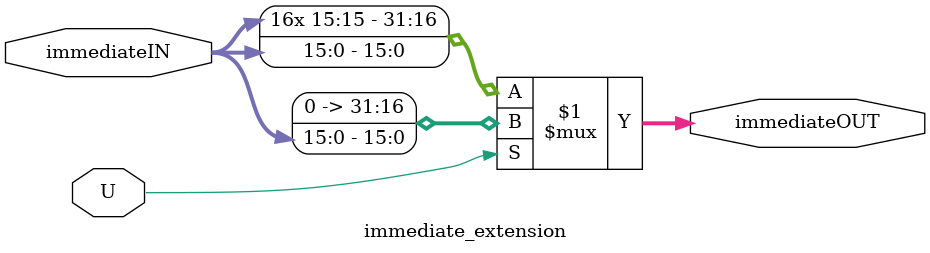
<source format=v>
module immediate_extension #(parameter N = 16, M = 32) (
    input [N-1:0] immediateIN,
    input U,
    output [M-1:0] immediateOUT
);
    assign immediateOUT = U ? {{(M-N){1'b0}}, immediateIN} : {{(M-N){immediateIN[N-1]}}, immediateIN};
endmodule

</source>
